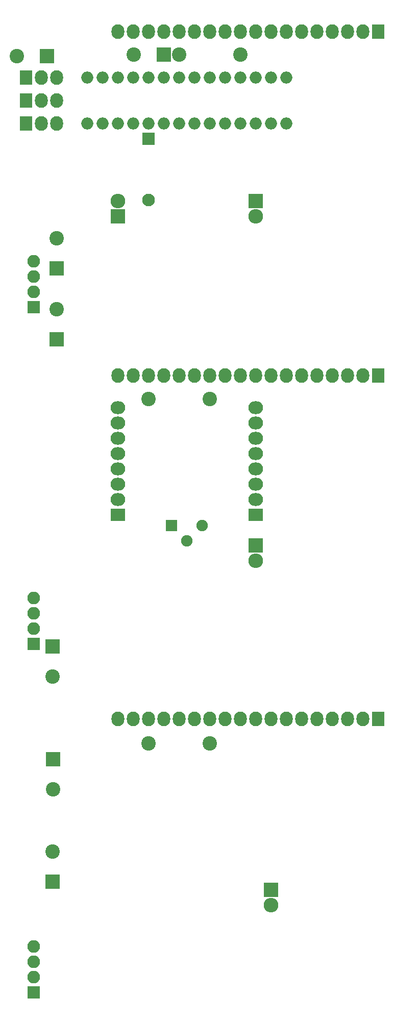
<source format=gbs>
G04 #@! TF.FileFunction,Soldermask,Bot*
%FSLAX46Y46*%
G04 Gerber Fmt 4.6, Leading zero omitted, Abs format (unit mm)*
G04 Created by KiCad (PCBNEW 4.0.2-stable) date woensdag 06 september 2017 16:48:58*
%MOMM*%
G01*
G04 APERTURE LIST*
%ADD10C,0.100000*%
%ADD11R,2.127200X2.432000*%
%ADD12O,2.127200X2.432000*%
%ADD13R,2.432000X2.127200*%
%ADD14O,2.432000X2.127200*%
%ADD15C,1.910000*%
%ADD16R,1.910000X1.910000*%
%ADD17R,2.432000X2.432000*%
%ADD18O,2.432000X2.432000*%
%ADD19O,2.000000X2.000000*%
%ADD20C,2.099260*%
%ADD21R,2.099260X2.099260*%
%ADD22C,2.398980*%
%ADD23R,2.400000X2.400000*%
%ADD24C,2.400000*%
%ADD25R,2.100000X2.100000*%
%ADD26O,2.100000X2.100000*%
G04 APERTURE END LIST*
D10*
D11*
X154930000Y-28360000D03*
D12*
X152390000Y-28360000D03*
X149850000Y-28360000D03*
X147310000Y-28360000D03*
X144770000Y-28360000D03*
X142230000Y-28360000D03*
X139690000Y-28360000D03*
X137150000Y-28360000D03*
X134610000Y-28360000D03*
X132070000Y-28360000D03*
X129530000Y-28360000D03*
X126990000Y-28360000D03*
X124450000Y-28360000D03*
X121910000Y-28360000D03*
X119370000Y-28360000D03*
X116830000Y-28360000D03*
X114290000Y-28360000D03*
X111750000Y-28360000D03*
D11*
X154930000Y-85360000D03*
D12*
X152390000Y-85360000D03*
X149850000Y-85360000D03*
X147310000Y-85360000D03*
X144770000Y-85360000D03*
X142230000Y-85360000D03*
X139690000Y-85360000D03*
X137150000Y-85360000D03*
X134610000Y-85360000D03*
X132070000Y-85360000D03*
X129530000Y-85360000D03*
X126990000Y-85360000D03*
X124450000Y-85360000D03*
X121910000Y-85360000D03*
X119370000Y-85360000D03*
X116830000Y-85360000D03*
X114290000Y-85360000D03*
X111750000Y-85360000D03*
D11*
X154930000Y-142360000D03*
D12*
X152390000Y-142360000D03*
X149850000Y-142360000D03*
X147310000Y-142360000D03*
X144770000Y-142360000D03*
X142230000Y-142360000D03*
X139690000Y-142360000D03*
X137150000Y-142360000D03*
X134610000Y-142360000D03*
X132070000Y-142360000D03*
X129530000Y-142360000D03*
X126990000Y-142360000D03*
X124450000Y-142360000D03*
X121910000Y-142360000D03*
X119370000Y-142360000D03*
X116830000Y-142360000D03*
X114290000Y-142360000D03*
X111750000Y-142360000D03*
D11*
X96510000Y-35980000D03*
D12*
X99050000Y-35980000D03*
X101590000Y-35980000D03*
D11*
X96510000Y-39790000D03*
D12*
X99050000Y-39790000D03*
X101590000Y-39790000D03*
D11*
X96510000Y-43600000D03*
D12*
X99050000Y-43600000D03*
X101590000Y-43600000D03*
D13*
X111750000Y-108490000D03*
D14*
X111750000Y-105950000D03*
X111750000Y-103410000D03*
X111750000Y-100870000D03*
X111750000Y-98330000D03*
X111750000Y-95790000D03*
X111750000Y-93250000D03*
X111750000Y-90710000D03*
D15*
X125720000Y-110275000D03*
D16*
X120640000Y-110275000D03*
D15*
X123180000Y-112815000D03*
D17*
X137150000Y-170720000D03*
D18*
X137150000Y-173260000D03*
D17*
X134610000Y-113570000D03*
D18*
X134610000Y-116110000D03*
D17*
X134610000Y-56420000D03*
D18*
X134610000Y-58960000D03*
D17*
X111750000Y-58960000D03*
D18*
X111750000Y-56420000D03*
D13*
X134610000Y-108490000D03*
D14*
X134610000Y-105950000D03*
X134610000Y-103410000D03*
X134610000Y-100870000D03*
X134610000Y-98330000D03*
X134610000Y-95790000D03*
X134610000Y-93250000D03*
X134610000Y-90710000D03*
D19*
X139690000Y-35980000D03*
X137150000Y-35980000D03*
X134610000Y-35980000D03*
X132070000Y-35980000D03*
X129530000Y-35980000D03*
X126990000Y-35980000D03*
X124450000Y-35980000D03*
X121910000Y-35980000D03*
X119370000Y-35980000D03*
X116830000Y-35980000D03*
X114290000Y-35980000D03*
X111750000Y-35980000D03*
X109210000Y-35980000D03*
X106670000Y-35980000D03*
X106670000Y-43600000D03*
X109210000Y-43600000D03*
X111750000Y-43600000D03*
X114290000Y-43600000D03*
X116830000Y-43600000D03*
X119370000Y-43600000D03*
X121910000Y-43600000D03*
X124450000Y-43600000D03*
X126990000Y-43600000D03*
X129530000Y-43600000D03*
X132070000Y-43600000D03*
X134610000Y-43600000D03*
X137150000Y-43600000D03*
X139690000Y-43600000D03*
D20*
X116832540Y-56300520D03*
D21*
X116832540Y-46140520D03*
D22*
X116830000Y-146470000D03*
X126990000Y-146470000D03*
X126990000Y-89320000D03*
X116830000Y-89320000D03*
X121910000Y-32170000D03*
X132070000Y-32170000D03*
D23*
X119370000Y-32170000D03*
D24*
X114370000Y-32170000D03*
D23*
X99930000Y-32360000D03*
D24*
X94930000Y-32360000D03*
D23*
X101590000Y-67650000D03*
D24*
X101590000Y-62650000D03*
D23*
X101590000Y-79360000D03*
D24*
X101590000Y-74360000D03*
D23*
X100955000Y-149090000D03*
D24*
X100955000Y-154090000D03*
D23*
X100930000Y-169360000D03*
D24*
X100930000Y-164360000D03*
D23*
X100930000Y-130360000D03*
D24*
X100930000Y-135360000D03*
D25*
X97780000Y-187745000D03*
D26*
X97780000Y-185205000D03*
X97780000Y-182665000D03*
X97780000Y-180125000D03*
D25*
X97780000Y-129960000D03*
D26*
X97780000Y-127420000D03*
X97780000Y-124880000D03*
X97780000Y-122340000D03*
D25*
X97780000Y-74080000D03*
D26*
X97780000Y-71540000D03*
X97780000Y-69000000D03*
X97780000Y-66460000D03*
M02*

</source>
